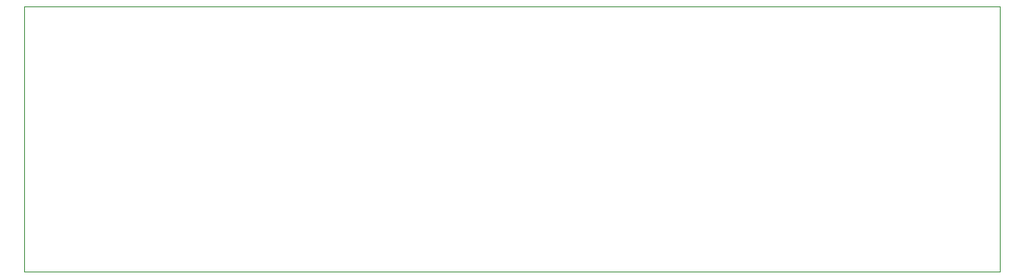
<source format=gko>
G75*
%MOIN*%
%OFA0B0*%
%FSLAX24Y24*%
%IPPOS*%
%LPD*%
%AMOC8*
5,1,8,0,0,1.08239X$1,22.5*
%
%ADD10C,0.0000*%
D10*
X000305Y000180D02*
X000305Y011176D01*
X040675Y011176D01*
X040675Y000180D01*
X000305Y000180D01*
M02*

</source>
